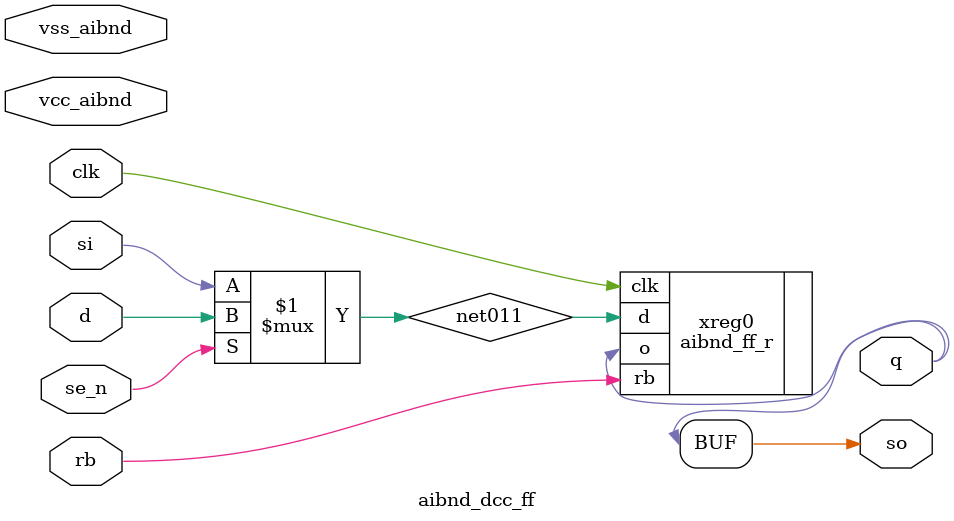
<source format=v>

module aibnd_dcc_ff ( q, so, clk, d, rb, se_n, si, vcc_aibnd, vss_aibnd
     );

output  q, so;

input  clk, d, rb, se_n, si, vcc_aibnd, vss_aibnd;

wire so, q, net011, se_n, d, si; // Conversion Sript Generated


// specify 
//     specparam CDS_LIBNAME  = "aibnd_lib";
//     specparam CDS_CELLNAME = "aibnd_dcc_ff";
//     specparam CDS_VIEWNAME = "schematic";
// endspecify

assign so = q;
aibnd_ff_r  xreg0 ( .o(q), .d(net011), .clk(clk) /*`ifndef INTCNOPWR , .vss(vss_aibnd) , .vcc(vcc_aibnd) `endif*/ , .rb(rb));
assign net011 = se_n ? d : si;

endmodule


</source>
